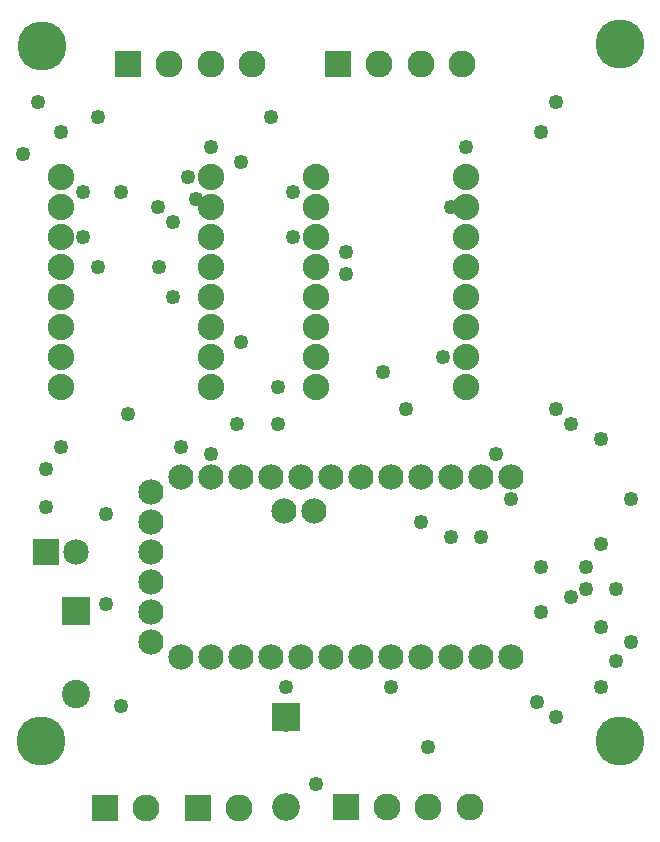
<source format=gts>
G04 MADE WITH FRITZING*
G04 WWW.FRITZING.ORG*
G04 DOUBLE SIDED*
G04 HOLES PLATED*
G04 CONTOUR ON CENTER OF CONTOUR VECTOR*
%ASAXBY*%
%FSLAX23Y23*%
%MOIN*%
%OFA0B0*%
%SFA1.0B1.0*%
%ADD10C,0.049370*%
%ADD11C,0.094500*%
%ADD12C,0.090000*%
%ADD13C,0.092000*%
%ADD14C,0.163543*%
%ADD15C,0.085000*%
%ADD16C,0.084000*%
%ADD17C,0.088000*%
%ADD18R,0.092000X0.092000*%
%ADD19R,0.090000X0.090000*%
%ADD20R,0.085000X0.085000*%
%LNMASK1*%
G90*
G70*
G54D10*
X541Y2048D03*
X541Y1798D03*
X491Y2098D03*
X493Y1899D03*
X1516Y2298D03*
X666Y2298D03*
X166Y2348D03*
X591Y2198D03*
X41Y2273D03*
X616Y2123D03*
X116Y1098D03*
X116Y1223D03*
X366Y2148D03*
X766Y2248D03*
X1466Y2098D03*
X291Y2398D03*
X866Y2398D03*
X1316Y1423D03*
X1766Y2348D03*
X1816Y1423D03*
X1241Y1548D03*
X1441Y1598D03*
X1116Y1948D03*
X1866Y1373D03*
X1766Y748D03*
X1116Y1873D03*
X666Y1273D03*
X1616Y1273D03*
X941Y2148D03*
X941Y1998D03*
X241Y2148D03*
X241Y1998D03*
X291Y1898D03*
X766Y1648D03*
X566Y1298D03*
X916Y498D03*
X1916Y898D03*
X1766Y898D03*
X91Y2448D03*
X1816Y2448D03*
X1966Y1323D03*
X1966Y973D03*
X1666Y1123D03*
X2066Y1123D03*
X1366Y1048D03*
X2016Y823D03*
X1466Y998D03*
X1566Y998D03*
X1391Y298D03*
X1916Y823D03*
X1866Y798D03*
X166Y1298D03*
X1966Y698D03*
X1966Y498D03*
X1016Y173D03*
X1266Y498D03*
X316Y1073D03*
X316Y773D03*
X891Y1498D03*
X391Y1409D03*
X366Y434D03*
X1755Y448D03*
X2066Y648D03*
X1816Y398D03*
X2016Y584D03*
X755Y1373D03*
X891Y1373D03*
G54D11*
X218Y751D03*
X218Y475D03*
G54D12*
X1116Y98D03*
X1253Y98D03*
X1391Y98D03*
X1529Y98D03*
X391Y2573D03*
X528Y2573D03*
X666Y2573D03*
X804Y2573D03*
X1091Y2573D03*
X1228Y2573D03*
X1366Y2573D03*
X1504Y2573D03*
G54D13*
X916Y396D03*
X916Y98D03*
G54D12*
X623Y93D03*
X761Y93D03*
X313Y93D03*
X451Y93D03*
G54D14*
X100Y318D03*
X2029Y318D03*
X2029Y2641D03*
X104Y2635D03*
G54D15*
X116Y947D03*
X216Y947D03*
G54D16*
X466Y1148D03*
X466Y1048D03*
X466Y948D03*
X466Y848D03*
X466Y748D03*
X466Y648D03*
X566Y1198D03*
X666Y1198D03*
X766Y1198D03*
X866Y1198D03*
X966Y1198D03*
X911Y1083D03*
X1011Y1083D03*
X1066Y1198D03*
X1166Y1198D03*
X1266Y1198D03*
X1366Y1198D03*
X1466Y1198D03*
X1566Y1198D03*
X1666Y1198D03*
X1666Y598D03*
X1566Y598D03*
X1466Y598D03*
X1366Y598D03*
X1266Y598D03*
X1166Y598D03*
X1066Y598D03*
X966Y598D03*
X866Y598D03*
X766Y598D03*
X666Y598D03*
X566Y598D03*
G54D17*
X667Y2197D03*
X667Y2097D03*
X667Y1997D03*
X667Y1897D03*
X667Y1797D03*
X667Y1697D03*
X667Y1597D03*
X667Y1497D03*
X166Y2198D03*
X166Y2098D03*
X166Y1998D03*
X166Y1898D03*
X166Y1798D03*
X166Y1698D03*
X166Y1598D03*
X166Y1498D03*
X1016Y2198D03*
X1016Y2098D03*
X1016Y1998D03*
X1016Y1898D03*
X1016Y1798D03*
X1016Y1698D03*
X1016Y1598D03*
X1016Y1498D03*
X1516Y2198D03*
X1516Y2098D03*
X1516Y1998D03*
X1516Y1898D03*
X1516Y1798D03*
X1516Y1698D03*
X1516Y1598D03*
X1516Y1498D03*
G54D18*
X218Y751D03*
G54D19*
X1116Y98D03*
X391Y2573D03*
X1091Y2573D03*
G54D18*
X916Y397D03*
G54D19*
X623Y93D03*
X313Y93D03*
G54D20*
X116Y947D03*
G04 End of Mask1*
M02*
</source>
